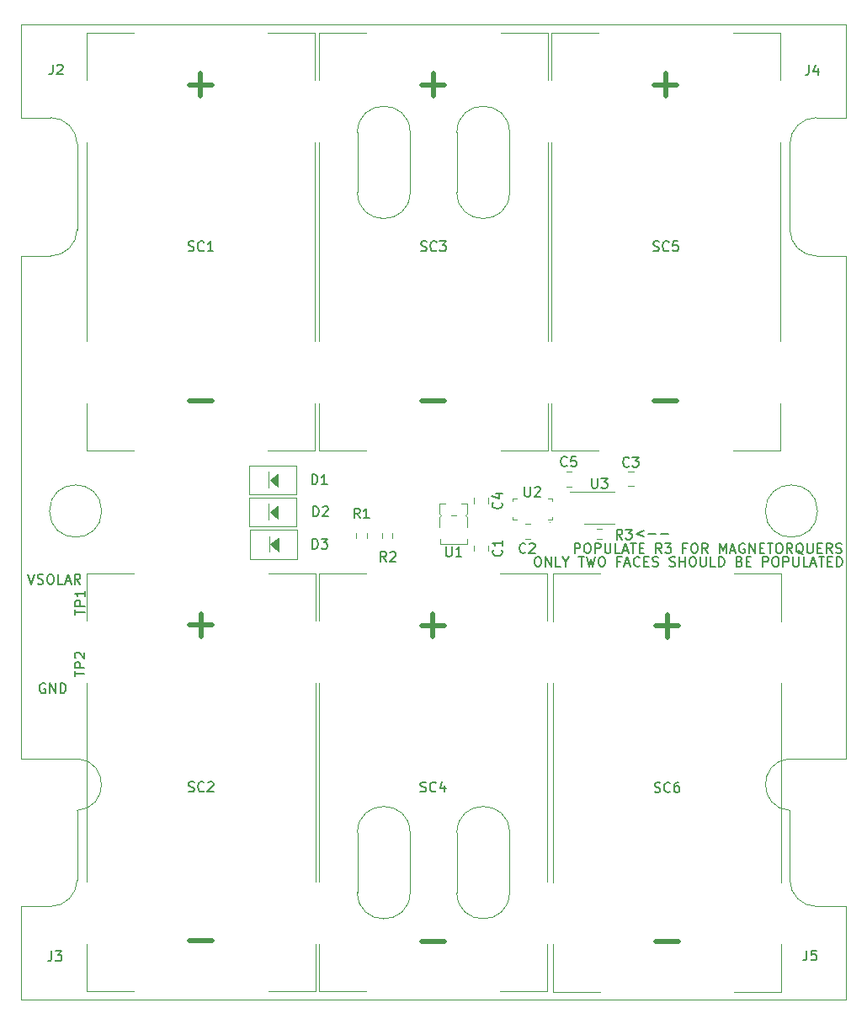
<source format=gbr>
%TF.GenerationSoftware,KiCad,Pcbnew,(6.0.9)*%
%TF.CreationDate,2023-01-30T20:43:42-08:00*%
%TF.ProjectId,solar-panel-NoCutout,736f6c61-722d-4706-916e-656c2d4e6f43,2.0*%
%TF.SameCoordinates,Original*%
%TF.FileFunction,Legend,Top*%
%TF.FilePolarity,Positive*%
%FSLAX46Y46*%
G04 Gerber Fmt 4.6, Leading zero omitted, Abs format (unit mm)*
G04 Created by KiCad (PCBNEW (6.0.9)) date 2023-01-30 20:43:42*
%MOMM*%
%LPD*%
G01*
G04 APERTURE LIST*
%TA.AperFunction,Profile*%
%ADD10C,0.050000*%
%TD*%
%ADD11C,0.150000*%
%ADD12C,0.500000*%
%ADD13C,0.120000*%
%ADD14C,0.100000*%
G04 APERTURE END LIST*
D10*
X136850000Y-153000000D02*
X136850000Y-147000000D01*
X142150000Y-153000000D02*
X142150000Y-147000000D01*
X146850000Y-147000000D02*
X146850000Y-153000000D01*
X152150000Y-153000000D02*
X152150000Y-147000000D01*
X142150000Y-76600000D02*
X142150000Y-82600000D01*
X136850000Y-76600000D02*
X136850000Y-82600000D01*
X146850000Y-76600000D02*
X146850000Y-82600000D01*
X152150000Y-76600000D02*
X152150000Y-82600000D01*
X186000000Y-65750000D02*
X103000000Y-65750000D01*
X183125000Y-114650000D02*
G75*
G03*
X183125000Y-114650000I-2625000J0D01*
G01*
X108744606Y-139557190D02*
X103000000Y-139557190D01*
X180249992Y-139557104D02*
G75*
G03*
X180350001Y-144749999I250008J-2592596D01*
G01*
X186000000Y-163750000D02*
X186000000Y-156450000D01*
X186000000Y-73100000D02*
X186000000Y-65750000D01*
X106000000Y-75100000D02*
X103000000Y-75100000D01*
X108650000Y-77750000D02*
G75*
G03*
X106000000Y-75100000I-2650000J0D01*
G01*
X106000000Y-89000000D02*
G75*
G03*
X108650000Y-86350000I0J2650000D01*
G01*
X106000000Y-89000000D02*
X103000000Y-89000000D01*
X108650000Y-77750000D02*
X108650000Y-86350000D01*
X183000000Y-75100000D02*
G75*
G03*
X180350000Y-77750000I0J-2650000D01*
G01*
X180350000Y-86350000D02*
G75*
G03*
X183000000Y-89000000I2650000J0D01*
G01*
X183000000Y-75100000D02*
X186000000Y-75100000D01*
X180350000Y-77750000D02*
X180350000Y-86350000D01*
X183000000Y-89000000D02*
X186000000Y-89000000D01*
X103000000Y-65750000D02*
X103000000Y-75100000D01*
X103000000Y-89000000D02*
X103000000Y-139557190D01*
X103000000Y-154400000D02*
X103000000Y-163750000D01*
X186000000Y-156450000D02*
X186000000Y-154400000D01*
X186000000Y-75100000D02*
X186000000Y-73100000D01*
X185994606Y-139557190D02*
X180250000Y-139557190D01*
X136850000Y-82600000D02*
G75*
G03*
X142150000Y-82600000I2650000J0D01*
G01*
X108649999Y-144750000D02*
G75*
G03*
X108744606Y-139557190I-149999J2600000D01*
G01*
X108650000Y-151750000D02*
X108650000Y-144750000D01*
X152150000Y-76600000D02*
G75*
G03*
X146850000Y-76600000I-2650000J0D01*
G01*
X142150000Y-76600000D02*
G75*
G03*
X136850000Y-76600000I-2650000J0D01*
G01*
X103000000Y-163750000D02*
X186000000Y-163750000D01*
X142150000Y-147000000D02*
G75*
G03*
X136850000Y-147000000I-2650000J0D01*
G01*
X180350000Y-151750000D02*
X180350000Y-144750000D01*
X106000000Y-154400000D02*
X103000000Y-154400000D01*
X136850000Y-153000000D02*
G75*
G03*
X142150000Y-153000000I2650000J0D01*
G01*
X152150000Y-147000000D02*
G75*
G03*
X146850000Y-147000000I-2650000J0D01*
G01*
X106000000Y-154400000D02*
G75*
G03*
X108650000Y-151750000I0J2650000D01*
G01*
X180350000Y-151750000D02*
G75*
G03*
X183000000Y-154400000I2650000J0D01*
G01*
X146850000Y-153000000D02*
G75*
G03*
X152150000Y-153000000I2650000J0D01*
G01*
X183000000Y-154400000D02*
X186000000Y-154400000D01*
X186000000Y-89000000D02*
X185994606Y-139557190D01*
X146850000Y-82600000D02*
G75*
G03*
X152150000Y-82600000I2650000J0D01*
G01*
X111125000Y-114650000D02*
G75*
G03*
X111125000Y-114650000I-2625000J0D01*
G01*
D11*
X105428095Y-132010000D02*
X105332857Y-131962380D01*
X105190000Y-131962380D01*
X105047142Y-132010000D01*
X104951904Y-132105238D01*
X104904285Y-132200476D01*
X104856666Y-132390952D01*
X104856666Y-132533809D01*
X104904285Y-132724285D01*
X104951904Y-132819523D01*
X105047142Y-132914761D01*
X105190000Y-132962380D01*
X105285238Y-132962380D01*
X105428095Y-132914761D01*
X105475714Y-132867142D01*
X105475714Y-132533809D01*
X105285238Y-132533809D01*
X105904285Y-132962380D02*
X105904285Y-131962380D01*
X106475714Y-132962380D01*
X106475714Y-131962380D01*
X106951904Y-132962380D02*
X106951904Y-131962380D01*
X107190000Y-131962380D01*
X107332857Y-132010000D01*
X107428095Y-132105238D01*
X107475714Y-132200476D01*
X107523333Y-132390952D01*
X107523333Y-132533809D01*
X107475714Y-132724285D01*
X107428095Y-132819523D01*
X107332857Y-132914761D01*
X107190000Y-132962380D01*
X106951904Y-132962380D01*
X158695238Y-118902380D02*
X158695238Y-117902380D01*
X159076190Y-117902380D01*
X159171428Y-117950000D01*
X159219047Y-117997619D01*
X159266666Y-118092857D01*
X159266666Y-118235714D01*
X159219047Y-118330952D01*
X159171428Y-118378571D01*
X159076190Y-118426190D01*
X158695238Y-118426190D01*
X159885714Y-117902380D02*
X160076190Y-117902380D01*
X160171428Y-117950000D01*
X160266666Y-118045238D01*
X160314285Y-118235714D01*
X160314285Y-118569047D01*
X160266666Y-118759523D01*
X160171428Y-118854761D01*
X160076190Y-118902380D01*
X159885714Y-118902380D01*
X159790476Y-118854761D01*
X159695238Y-118759523D01*
X159647619Y-118569047D01*
X159647619Y-118235714D01*
X159695238Y-118045238D01*
X159790476Y-117950000D01*
X159885714Y-117902380D01*
X160742857Y-118902380D02*
X160742857Y-117902380D01*
X161123809Y-117902380D01*
X161219047Y-117950000D01*
X161266666Y-117997619D01*
X161314285Y-118092857D01*
X161314285Y-118235714D01*
X161266666Y-118330952D01*
X161219047Y-118378571D01*
X161123809Y-118426190D01*
X160742857Y-118426190D01*
X161742857Y-117902380D02*
X161742857Y-118711904D01*
X161790476Y-118807142D01*
X161838095Y-118854761D01*
X161933333Y-118902380D01*
X162123809Y-118902380D01*
X162219047Y-118854761D01*
X162266666Y-118807142D01*
X162314285Y-118711904D01*
X162314285Y-117902380D01*
X163266666Y-118902380D02*
X162790476Y-118902380D01*
X162790476Y-117902380D01*
X163552380Y-118616666D02*
X164028571Y-118616666D01*
X163457142Y-118902380D02*
X163790476Y-117902380D01*
X164123809Y-118902380D01*
X164314285Y-117902380D02*
X164885714Y-117902380D01*
X164600000Y-118902380D02*
X164600000Y-117902380D01*
X165219047Y-118378571D02*
X165552380Y-118378571D01*
X165695238Y-118902380D02*
X165219047Y-118902380D01*
X165219047Y-117902380D01*
X165695238Y-117902380D01*
X167457142Y-118902380D02*
X167123809Y-118426190D01*
X166885714Y-118902380D02*
X166885714Y-117902380D01*
X167266666Y-117902380D01*
X167361904Y-117950000D01*
X167409523Y-117997619D01*
X167457142Y-118092857D01*
X167457142Y-118235714D01*
X167409523Y-118330952D01*
X167361904Y-118378571D01*
X167266666Y-118426190D01*
X166885714Y-118426190D01*
X167790476Y-117902380D02*
X168409523Y-117902380D01*
X168076190Y-118283333D01*
X168219047Y-118283333D01*
X168314285Y-118330952D01*
X168361904Y-118378571D01*
X168409523Y-118473809D01*
X168409523Y-118711904D01*
X168361904Y-118807142D01*
X168314285Y-118854761D01*
X168219047Y-118902380D01*
X167933333Y-118902380D01*
X167838095Y-118854761D01*
X167790476Y-118807142D01*
X169933333Y-118378571D02*
X169600000Y-118378571D01*
X169600000Y-118902380D02*
X169600000Y-117902380D01*
X170076190Y-117902380D01*
X170647619Y-117902380D02*
X170838095Y-117902380D01*
X170933333Y-117950000D01*
X171028571Y-118045238D01*
X171076190Y-118235714D01*
X171076190Y-118569047D01*
X171028571Y-118759523D01*
X170933333Y-118854761D01*
X170838095Y-118902380D01*
X170647619Y-118902380D01*
X170552380Y-118854761D01*
X170457142Y-118759523D01*
X170409523Y-118569047D01*
X170409523Y-118235714D01*
X170457142Y-118045238D01*
X170552380Y-117950000D01*
X170647619Y-117902380D01*
X172076190Y-118902380D02*
X171742857Y-118426190D01*
X171504761Y-118902380D02*
X171504761Y-117902380D01*
X171885714Y-117902380D01*
X171980952Y-117950000D01*
X172028571Y-117997619D01*
X172076190Y-118092857D01*
X172076190Y-118235714D01*
X172028571Y-118330952D01*
X171980952Y-118378571D01*
X171885714Y-118426190D01*
X171504761Y-118426190D01*
X173266666Y-118902380D02*
X173266666Y-117902380D01*
X173600000Y-118616666D01*
X173933333Y-117902380D01*
X173933333Y-118902380D01*
X174361904Y-118616666D02*
X174838095Y-118616666D01*
X174266666Y-118902380D02*
X174600000Y-117902380D01*
X174933333Y-118902380D01*
X175790476Y-117950000D02*
X175695238Y-117902380D01*
X175552380Y-117902380D01*
X175409523Y-117950000D01*
X175314285Y-118045238D01*
X175266666Y-118140476D01*
X175219047Y-118330952D01*
X175219047Y-118473809D01*
X175266666Y-118664285D01*
X175314285Y-118759523D01*
X175409523Y-118854761D01*
X175552380Y-118902380D01*
X175647619Y-118902380D01*
X175790476Y-118854761D01*
X175838095Y-118807142D01*
X175838095Y-118473809D01*
X175647619Y-118473809D01*
X176266666Y-118902380D02*
X176266666Y-117902380D01*
X176838095Y-118902380D01*
X176838095Y-117902380D01*
X177314285Y-118378571D02*
X177647619Y-118378571D01*
X177790476Y-118902380D02*
X177314285Y-118902380D01*
X177314285Y-117902380D01*
X177790476Y-117902380D01*
X178076190Y-117902380D02*
X178647619Y-117902380D01*
X178361904Y-118902380D02*
X178361904Y-117902380D01*
X179171428Y-117902380D02*
X179361904Y-117902380D01*
X179457142Y-117950000D01*
X179552380Y-118045238D01*
X179600000Y-118235714D01*
X179600000Y-118569047D01*
X179552380Y-118759523D01*
X179457142Y-118854761D01*
X179361904Y-118902380D01*
X179171428Y-118902380D01*
X179076190Y-118854761D01*
X178980952Y-118759523D01*
X178933333Y-118569047D01*
X178933333Y-118235714D01*
X178980952Y-118045238D01*
X179076190Y-117950000D01*
X179171428Y-117902380D01*
X180600000Y-118902380D02*
X180266666Y-118426190D01*
X180028571Y-118902380D02*
X180028571Y-117902380D01*
X180409523Y-117902380D01*
X180504761Y-117950000D01*
X180552380Y-117997619D01*
X180600000Y-118092857D01*
X180600000Y-118235714D01*
X180552380Y-118330952D01*
X180504761Y-118378571D01*
X180409523Y-118426190D01*
X180028571Y-118426190D01*
X181695238Y-118997619D02*
X181600000Y-118950000D01*
X181504761Y-118854761D01*
X181361904Y-118711904D01*
X181266666Y-118664285D01*
X181171428Y-118664285D01*
X181219047Y-118902380D02*
X181123809Y-118854761D01*
X181028571Y-118759523D01*
X180980952Y-118569047D01*
X180980952Y-118235714D01*
X181028571Y-118045238D01*
X181123809Y-117950000D01*
X181219047Y-117902380D01*
X181409523Y-117902380D01*
X181504761Y-117950000D01*
X181600000Y-118045238D01*
X181647619Y-118235714D01*
X181647619Y-118569047D01*
X181600000Y-118759523D01*
X181504761Y-118854761D01*
X181409523Y-118902380D01*
X181219047Y-118902380D01*
X182076190Y-117902380D02*
X182076190Y-118711904D01*
X182123809Y-118807142D01*
X182171428Y-118854761D01*
X182266666Y-118902380D01*
X182457142Y-118902380D01*
X182552380Y-118854761D01*
X182600000Y-118807142D01*
X182647619Y-118711904D01*
X182647619Y-117902380D01*
X183123809Y-118378571D02*
X183457142Y-118378571D01*
X183600000Y-118902380D02*
X183123809Y-118902380D01*
X183123809Y-117902380D01*
X183600000Y-117902380D01*
X184600000Y-118902380D02*
X184266666Y-118426190D01*
X184028571Y-118902380D02*
X184028571Y-117902380D01*
X184409523Y-117902380D01*
X184504761Y-117950000D01*
X184552380Y-117997619D01*
X184600000Y-118092857D01*
X184600000Y-118235714D01*
X184552380Y-118330952D01*
X184504761Y-118378571D01*
X184409523Y-118426190D01*
X184028571Y-118426190D01*
X184980952Y-118854761D02*
X185123809Y-118902380D01*
X185361904Y-118902380D01*
X185457142Y-118854761D01*
X185504761Y-118807142D01*
X185552380Y-118711904D01*
X185552380Y-118616666D01*
X185504761Y-118521428D01*
X185457142Y-118473809D01*
X185361904Y-118426190D01*
X185171428Y-118378571D01*
X185076190Y-118330952D01*
X185028571Y-118283333D01*
X184980952Y-118188095D01*
X184980952Y-118092857D01*
X185028571Y-117997619D01*
X185076190Y-117950000D01*
X185171428Y-117902380D01*
X185409523Y-117902380D01*
X185552380Y-117950000D01*
X165652857Y-116635714D02*
X164890952Y-116921428D01*
X165652857Y-117207142D01*
X166129047Y-116921428D02*
X166890952Y-116921428D01*
X167367142Y-116921428D02*
X168129047Y-116921428D01*
X154911904Y-119232380D02*
X155102380Y-119232380D01*
X155197619Y-119280000D01*
X155292857Y-119375238D01*
X155340476Y-119565714D01*
X155340476Y-119899047D01*
X155292857Y-120089523D01*
X155197619Y-120184761D01*
X155102380Y-120232380D01*
X154911904Y-120232380D01*
X154816666Y-120184761D01*
X154721428Y-120089523D01*
X154673809Y-119899047D01*
X154673809Y-119565714D01*
X154721428Y-119375238D01*
X154816666Y-119280000D01*
X154911904Y-119232380D01*
X155769047Y-120232380D02*
X155769047Y-119232380D01*
X156340476Y-120232380D01*
X156340476Y-119232380D01*
X157292857Y-120232380D02*
X156816666Y-120232380D01*
X156816666Y-119232380D01*
X157816666Y-119756190D02*
X157816666Y-120232380D01*
X157483333Y-119232380D02*
X157816666Y-119756190D01*
X158150000Y-119232380D01*
X159102380Y-119232380D02*
X159673809Y-119232380D01*
X159388095Y-120232380D02*
X159388095Y-119232380D01*
X159911904Y-119232380D02*
X160150000Y-120232380D01*
X160340476Y-119518095D01*
X160530952Y-120232380D01*
X160769047Y-119232380D01*
X161340476Y-119232380D02*
X161530952Y-119232380D01*
X161626190Y-119280000D01*
X161721428Y-119375238D01*
X161769047Y-119565714D01*
X161769047Y-119899047D01*
X161721428Y-120089523D01*
X161626190Y-120184761D01*
X161530952Y-120232380D01*
X161340476Y-120232380D01*
X161245238Y-120184761D01*
X161150000Y-120089523D01*
X161102380Y-119899047D01*
X161102380Y-119565714D01*
X161150000Y-119375238D01*
X161245238Y-119280000D01*
X161340476Y-119232380D01*
X163292857Y-119708571D02*
X162959523Y-119708571D01*
X162959523Y-120232380D02*
X162959523Y-119232380D01*
X163435714Y-119232380D01*
X163769047Y-119946666D02*
X164245238Y-119946666D01*
X163673809Y-120232380D02*
X164007142Y-119232380D01*
X164340476Y-120232380D01*
X165245238Y-120137142D02*
X165197619Y-120184761D01*
X165054761Y-120232380D01*
X164959523Y-120232380D01*
X164816666Y-120184761D01*
X164721428Y-120089523D01*
X164673809Y-119994285D01*
X164626190Y-119803809D01*
X164626190Y-119660952D01*
X164673809Y-119470476D01*
X164721428Y-119375238D01*
X164816666Y-119280000D01*
X164959523Y-119232380D01*
X165054761Y-119232380D01*
X165197619Y-119280000D01*
X165245238Y-119327619D01*
X165673809Y-119708571D02*
X166007142Y-119708571D01*
X166150000Y-120232380D02*
X165673809Y-120232380D01*
X165673809Y-119232380D01*
X166150000Y-119232380D01*
X166530952Y-120184761D02*
X166673809Y-120232380D01*
X166911904Y-120232380D01*
X167007142Y-120184761D01*
X167054761Y-120137142D01*
X167102380Y-120041904D01*
X167102380Y-119946666D01*
X167054761Y-119851428D01*
X167007142Y-119803809D01*
X166911904Y-119756190D01*
X166721428Y-119708571D01*
X166626190Y-119660952D01*
X166578571Y-119613333D01*
X166530952Y-119518095D01*
X166530952Y-119422857D01*
X166578571Y-119327619D01*
X166626190Y-119280000D01*
X166721428Y-119232380D01*
X166959523Y-119232380D01*
X167102380Y-119280000D01*
X168245238Y-120184761D02*
X168388095Y-120232380D01*
X168626190Y-120232380D01*
X168721428Y-120184761D01*
X168769047Y-120137142D01*
X168816666Y-120041904D01*
X168816666Y-119946666D01*
X168769047Y-119851428D01*
X168721428Y-119803809D01*
X168626190Y-119756190D01*
X168435714Y-119708571D01*
X168340476Y-119660952D01*
X168292857Y-119613333D01*
X168245238Y-119518095D01*
X168245238Y-119422857D01*
X168292857Y-119327619D01*
X168340476Y-119280000D01*
X168435714Y-119232380D01*
X168673809Y-119232380D01*
X168816666Y-119280000D01*
X169245238Y-120232380D02*
X169245238Y-119232380D01*
X169245238Y-119708571D02*
X169816666Y-119708571D01*
X169816666Y-120232380D02*
X169816666Y-119232380D01*
X170483333Y-119232380D02*
X170673809Y-119232380D01*
X170769047Y-119280000D01*
X170864285Y-119375238D01*
X170911904Y-119565714D01*
X170911904Y-119899047D01*
X170864285Y-120089523D01*
X170769047Y-120184761D01*
X170673809Y-120232380D01*
X170483333Y-120232380D01*
X170388095Y-120184761D01*
X170292857Y-120089523D01*
X170245238Y-119899047D01*
X170245238Y-119565714D01*
X170292857Y-119375238D01*
X170388095Y-119280000D01*
X170483333Y-119232380D01*
X171340476Y-119232380D02*
X171340476Y-120041904D01*
X171388095Y-120137142D01*
X171435714Y-120184761D01*
X171530952Y-120232380D01*
X171721428Y-120232380D01*
X171816666Y-120184761D01*
X171864285Y-120137142D01*
X171911904Y-120041904D01*
X171911904Y-119232380D01*
X172864285Y-120232380D02*
X172388095Y-120232380D01*
X172388095Y-119232380D01*
X173197619Y-120232380D02*
X173197619Y-119232380D01*
X173435714Y-119232380D01*
X173578571Y-119280000D01*
X173673809Y-119375238D01*
X173721428Y-119470476D01*
X173769047Y-119660952D01*
X173769047Y-119803809D01*
X173721428Y-119994285D01*
X173673809Y-120089523D01*
X173578571Y-120184761D01*
X173435714Y-120232380D01*
X173197619Y-120232380D01*
X175292857Y-119708571D02*
X175435714Y-119756190D01*
X175483333Y-119803809D01*
X175530952Y-119899047D01*
X175530952Y-120041904D01*
X175483333Y-120137142D01*
X175435714Y-120184761D01*
X175340476Y-120232380D01*
X174959523Y-120232380D01*
X174959523Y-119232380D01*
X175292857Y-119232380D01*
X175388095Y-119280000D01*
X175435714Y-119327619D01*
X175483333Y-119422857D01*
X175483333Y-119518095D01*
X175435714Y-119613333D01*
X175388095Y-119660952D01*
X175292857Y-119708571D01*
X174959523Y-119708571D01*
X175959523Y-119708571D02*
X176292857Y-119708571D01*
X176435714Y-120232380D02*
X175959523Y-120232380D01*
X175959523Y-119232380D01*
X176435714Y-119232380D01*
X177626190Y-120232380D02*
X177626190Y-119232380D01*
X178007142Y-119232380D01*
X178102380Y-119280000D01*
X178150000Y-119327619D01*
X178197619Y-119422857D01*
X178197619Y-119565714D01*
X178150000Y-119660952D01*
X178102380Y-119708571D01*
X178007142Y-119756190D01*
X177626190Y-119756190D01*
X178816666Y-119232380D02*
X179007142Y-119232380D01*
X179102380Y-119280000D01*
X179197619Y-119375238D01*
X179245238Y-119565714D01*
X179245238Y-119899047D01*
X179197619Y-120089523D01*
X179102380Y-120184761D01*
X179007142Y-120232380D01*
X178816666Y-120232380D01*
X178721428Y-120184761D01*
X178626190Y-120089523D01*
X178578571Y-119899047D01*
X178578571Y-119565714D01*
X178626190Y-119375238D01*
X178721428Y-119280000D01*
X178816666Y-119232380D01*
X179673809Y-120232380D02*
X179673809Y-119232380D01*
X180054761Y-119232380D01*
X180150000Y-119280000D01*
X180197619Y-119327619D01*
X180245238Y-119422857D01*
X180245238Y-119565714D01*
X180197619Y-119660952D01*
X180150000Y-119708571D01*
X180054761Y-119756190D01*
X179673809Y-119756190D01*
X180673809Y-119232380D02*
X180673809Y-120041904D01*
X180721428Y-120137142D01*
X180769047Y-120184761D01*
X180864285Y-120232380D01*
X181054761Y-120232380D01*
X181150000Y-120184761D01*
X181197619Y-120137142D01*
X181245238Y-120041904D01*
X181245238Y-119232380D01*
X182197619Y-120232380D02*
X181721428Y-120232380D01*
X181721428Y-119232380D01*
X182483333Y-119946666D02*
X182959523Y-119946666D01*
X182388095Y-120232380D02*
X182721428Y-119232380D01*
X183054761Y-120232380D01*
X183245238Y-119232380D02*
X183816666Y-119232380D01*
X183530952Y-120232380D02*
X183530952Y-119232380D01*
X184150000Y-119708571D02*
X184483333Y-119708571D01*
X184626190Y-120232380D02*
X184150000Y-120232380D01*
X184150000Y-119232380D01*
X184626190Y-119232380D01*
X185054761Y-120232380D02*
X185054761Y-119232380D01*
X185292857Y-119232380D01*
X185435714Y-119280000D01*
X185530952Y-119375238D01*
X185578571Y-119470476D01*
X185626190Y-119660952D01*
X185626190Y-119803809D01*
X185578571Y-119994285D01*
X185530952Y-120089523D01*
X185435714Y-120184761D01*
X185292857Y-120232380D01*
X185054761Y-120232380D01*
X103733333Y-121002380D02*
X104066666Y-122002380D01*
X104400000Y-121002380D01*
X104685714Y-121954761D02*
X104828571Y-122002380D01*
X105066666Y-122002380D01*
X105161904Y-121954761D01*
X105209523Y-121907142D01*
X105257142Y-121811904D01*
X105257142Y-121716666D01*
X105209523Y-121621428D01*
X105161904Y-121573809D01*
X105066666Y-121526190D01*
X104876190Y-121478571D01*
X104780952Y-121430952D01*
X104733333Y-121383333D01*
X104685714Y-121288095D01*
X104685714Y-121192857D01*
X104733333Y-121097619D01*
X104780952Y-121050000D01*
X104876190Y-121002380D01*
X105114285Y-121002380D01*
X105257142Y-121050000D01*
X105876190Y-121002380D02*
X106066666Y-121002380D01*
X106161904Y-121050000D01*
X106257142Y-121145238D01*
X106304761Y-121335714D01*
X106304761Y-121669047D01*
X106257142Y-121859523D01*
X106161904Y-121954761D01*
X106066666Y-122002380D01*
X105876190Y-122002380D01*
X105780952Y-121954761D01*
X105685714Y-121859523D01*
X105638095Y-121669047D01*
X105638095Y-121335714D01*
X105685714Y-121145238D01*
X105780952Y-121050000D01*
X105876190Y-121002380D01*
X107209523Y-122002380D02*
X106733333Y-122002380D01*
X106733333Y-121002380D01*
X107495238Y-121716666D02*
X107971428Y-121716666D01*
X107400000Y-122002380D02*
X107733333Y-121002380D01*
X108066666Y-122002380D01*
X108971428Y-122002380D02*
X108638095Y-121526190D01*
X108400000Y-122002380D02*
X108400000Y-121002380D01*
X108780952Y-121002380D01*
X108876190Y-121050000D01*
X108923809Y-121097619D01*
X108971428Y-121192857D01*
X108971428Y-121335714D01*
X108923809Y-121430952D01*
X108876190Y-121478571D01*
X108780952Y-121526190D01*
X108400000Y-121526190D01*
%TO.C,J2*%
X106206666Y-69762380D02*
X106206666Y-70476666D01*
X106159047Y-70619523D01*
X106063809Y-70714761D01*
X105920952Y-70762380D01*
X105825714Y-70762380D01*
X106635238Y-69857619D02*
X106682857Y-69810000D01*
X106778095Y-69762380D01*
X107016190Y-69762380D01*
X107111428Y-69810000D01*
X107159047Y-69857619D01*
X107206666Y-69952857D01*
X107206666Y-70048095D01*
X107159047Y-70190952D01*
X106587619Y-70762380D01*
X107206666Y-70762380D01*
%TO.C,J3*%
X106086666Y-158882380D02*
X106086666Y-159596666D01*
X106039047Y-159739523D01*
X105943809Y-159834761D01*
X105800952Y-159882380D01*
X105705714Y-159882380D01*
X106467619Y-158882380D02*
X107086666Y-158882380D01*
X106753333Y-159263333D01*
X106896190Y-159263333D01*
X106991428Y-159310952D01*
X107039047Y-159358571D01*
X107086666Y-159453809D01*
X107086666Y-159691904D01*
X107039047Y-159787142D01*
X106991428Y-159834761D01*
X106896190Y-159882380D01*
X106610476Y-159882380D01*
X106515238Y-159834761D01*
X106467619Y-159787142D01*
%TO.C,J4*%
X182266666Y-69832380D02*
X182266666Y-70546666D01*
X182219047Y-70689523D01*
X182123809Y-70784761D01*
X181980952Y-70832380D01*
X181885714Y-70832380D01*
X183171428Y-70165714D02*
X183171428Y-70832380D01*
X182933333Y-69784761D02*
X182695238Y-70499047D01*
X183314285Y-70499047D01*
%TO.C,J5*%
X182046666Y-158822380D02*
X182046666Y-159536666D01*
X181999047Y-159679523D01*
X181903809Y-159774761D01*
X181760952Y-159822380D01*
X181665714Y-159822380D01*
X182999047Y-158822380D02*
X182522857Y-158822380D01*
X182475238Y-159298571D01*
X182522857Y-159250952D01*
X182618095Y-159203333D01*
X182856190Y-159203333D01*
X182951428Y-159250952D01*
X182999047Y-159298571D01*
X183046666Y-159393809D01*
X183046666Y-159631904D01*
X182999047Y-159727142D01*
X182951428Y-159774761D01*
X182856190Y-159822380D01*
X182618095Y-159822380D01*
X182522857Y-159774761D01*
X182475238Y-159727142D01*
%TO.C,U2*%
X153668095Y-112212380D02*
X153668095Y-113021904D01*
X153715714Y-113117142D01*
X153763333Y-113164761D01*
X153858571Y-113212380D01*
X154049047Y-113212380D01*
X154144285Y-113164761D01*
X154191904Y-113117142D01*
X154239523Y-113021904D01*
X154239523Y-112212380D01*
X154668095Y-112307619D02*
X154715714Y-112260000D01*
X154810952Y-112212380D01*
X155049047Y-112212380D01*
X155144285Y-112260000D01*
X155191904Y-112307619D01*
X155239523Y-112402857D01*
X155239523Y-112498095D01*
X155191904Y-112640952D01*
X154620476Y-113212380D01*
X155239523Y-113212380D01*
%TO.C,SC5*%
X166598095Y-88474761D02*
X166740952Y-88522380D01*
X166979047Y-88522380D01*
X167074285Y-88474761D01*
X167121904Y-88427142D01*
X167169523Y-88331904D01*
X167169523Y-88236666D01*
X167121904Y-88141428D01*
X167074285Y-88093809D01*
X166979047Y-88046190D01*
X166788571Y-87998571D01*
X166693333Y-87950952D01*
X166645714Y-87903333D01*
X166598095Y-87808095D01*
X166598095Y-87712857D01*
X166645714Y-87617619D01*
X166693333Y-87570000D01*
X166788571Y-87522380D01*
X167026666Y-87522380D01*
X167169523Y-87570000D01*
X168169523Y-88427142D02*
X168121904Y-88474761D01*
X167979047Y-88522380D01*
X167883809Y-88522380D01*
X167740952Y-88474761D01*
X167645714Y-88379523D01*
X167598095Y-88284285D01*
X167550476Y-88093809D01*
X167550476Y-87950952D01*
X167598095Y-87760476D01*
X167645714Y-87665238D01*
X167740952Y-87570000D01*
X167883809Y-87522380D01*
X167979047Y-87522380D01*
X168121904Y-87570000D01*
X168169523Y-87617619D01*
X169074285Y-87522380D02*
X168598095Y-87522380D01*
X168550476Y-87998571D01*
X168598095Y-87950952D01*
X168693333Y-87903333D01*
X168931428Y-87903333D01*
X169026666Y-87950952D01*
X169074285Y-87998571D01*
X169121904Y-88093809D01*
X169121904Y-88331904D01*
X169074285Y-88427142D01*
X169026666Y-88474761D01*
X168931428Y-88522380D01*
X168693333Y-88522380D01*
X168598095Y-88474761D01*
X168550476Y-88427142D01*
D12*
X166717142Y-71784285D02*
X169002857Y-71784285D01*
X167860000Y-72927142D02*
X167860000Y-70641428D01*
X166717142Y-103534285D02*
X169002857Y-103534285D01*
D11*
%TO.C,TP1*%
X108432380Y-125101904D02*
X108432380Y-124530476D01*
X109432380Y-124816190D02*
X108432380Y-124816190D01*
X109432380Y-124197142D02*
X108432380Y-124197142D01*
X108432380Y-123816190D01*
X108480000Y-123720952D01*
X108527619Y-123673333D01*
X108622857Y-123625714D01*
X108765714Y-123625714D01*
X108860952Y-123673333D01*
X108908571Y-123720952D01*
X108956190Y-123816190D01*
X108956190Y-124197142D01*
X109432380Y-122673333D02*
X109432380Y-123244761D01*
X109432380Y-122959047D02*
X108432380Y-122959047D01*
X108575238Y-123054285D01*
X108670476Y-123149523D01*
X108718095Y-123244761D01*
%TO.C,D3*%
X132311904Y-118452380D02*
X132311904Y-117452380D01*
X132550000Y-117452380D01*
X132692857Y-117500000D01*
X132788095Y-117595238D01*
X132835714Y-117690476D01*
X132883333Y-117880952D01*
X132883333Y-118023809D01*
X132835714Y-118214285D01*
X132788095Y-118309523D01*
X132692857Y-118404761D01*
X132550000Y-118452380D01*
X132311904Y-118452380D01*
X133216666Y-117452380D02*
X133835714Y-117452380D01*
X133502380Y-117833333D01*
X133645238Y-117833333D01*
X133740476Y-117880952D01*
X133788095Y-117928571D01*
X133835714Y-118023809D01*
X133835714Y-118261904D01*
X133788095Y-118357142D01*
X133740476Y-118404761D01*
X133645238Y-118452380D01*
X133359523Y-118452380D01*
X133264285Y-118404761D01*
X133216666Y-118357142D01*
%TO.C,C4*%
X151317142Y-113776666D02*
X151364761Y-113824285D01*
X151412380Y-113967142D01*
X151412380Y-114062380D01*
X151364761Y-114205238D01*
X151269523Y-114300476D01*
X151174285Y-114348095D01*
X150983809Y-114395714D01*
X150840952Y-114395714D01*
X150650476Y-114348095D01*
X150555238Y-114300476D01*
X150460000Y-114205238D01*
X150412380Y-114062380D01*
X150412380Y-113967142D01*
X150460000Y-113824285D01*
X150507619Y-113776666D01*
X150745714Y-112919523D02*
X151412380Y-112919523D01*
X150364761Y-113157619D02*
X151079047Y-113395714D01*
X151079047Y-112776666D01*
%TO.C,TP2*%
X108402380Y-131291904D02*
X108402380Y-130720476D01*
X109402380Y-131006190D02*
X108402380Y-131006190D01*
X109402380Y-130387142D02*
X108402380Y-130387142D01*
X108402380Y-130006190D01*
X108450000Y-129910952D01*
X108497619Y-129863333D01*
X108592857Y-129815714D01*
X108735714Y-129815714D01*
X108830952Y-129863333D01*
X108878571Y-129910952D01*
X108926190Y-130006190D01*
X108926190Y-130387142D01*
X108497619Y-129434761D02*
X108450000Y-129387142D01*
X108402380Y-129291904D01*
X108402380Y-129053809D01*
X108450000Y-128958571D01*
X108497619Y-128910952D01*
X108592857Y-128863333D01*
X108688095Y-128863333D01*
X108830952Y-128910952D01*
X109402380Y-129482380D01*
X109402380Y-128863333D01*
%TO.C,D1*%
X132281904Y-111962380D02*
X132281904Y-110962380D01*
X132520000Y-110962380D01*
X132662857Y-111010000D01*
X132758095Y-111105238D01*
X132805714Y-111200476D01*
X132853333Y-111390952D01*
X132853333Y-111533809D01*
X132805714Y-111724285D01*
X132758095Y-111819523D01*
X132662857Y-111914761D01*
X132520000Y-111962380D01*
X132281904Y-111962380D01*
X133805714Y-111962380D02*
X133234285Y-111962380D01*
X133520000Y-111962380D02*
X133520000Y-110962380D01*
X133424761Y-111105238D01*
X133329523Y-111200476D01*
X133234285Y-111248095D01*
%TO.C,C1*%
X151337142Y-118556666D02*
X151384761Y-118604285D01*
X151432380Y-118747142D01*
X151432380Y-118842380D01*
X151384761Y-118985238D01*
X151289523Y-119080476D01*
X151194285Y-119128095D01*
X151003809Y-119175714D01*
X150860952Y-119175714D01*
X150670476Y-119128095D01*
X150575238Y-119080476D01*
X150480000Y-118985238D01*
X150432380Y-118842380D01*
X150432380Y-118747142D01*
X150480000Y-118604285D01*
X150527619Y-118556666D01*
X151432380Y-117604285D02*
X151432380Y-118175714D01*
X151432380Y-117890000D02*
X150432380Y-117890000D01*
X150575238Y-117985238D01*
X150670476Y-118080476D01*
X150718095Y-118175714D01*
%TO.C,SC3*%
X143228095Y-88474761D02*
X143370952Y-88522380D01*
X143609047Y-88522380D01*
X143704285Y-88474761D01*
X143751904Y-88427142D01*
X143799523Y-88331904D01*
X143799523Y-88236666D01*
X143751904Y-88141428D01*
X143704285Y-88093809D01*
X143609047Y-88046190D01*
X143418571Y-87998571D01*
X143323333Y-87950952D01*
X143275714Y-87903333D01*
X143228095Y-87808095D01*
X143228095Y-87712857D01*
X143275714Y-87617619D01*
X143323333Y-87570000D01*
X143418571Y-87522380D01*
X143656666Y-87522380D01*
X143799523Y-87570000D01*
X144799523Y-88427142D02*
X144751904Y-88474761D01*
X144609047Y-88522380D01*
X144513809Y-88522380D01*
X144370952Y-88474761D01*
X144275714Y-88379523D01*
X144228095Y-88284285D01*
X144180476Y-88093809D01*
X144180476Y-87950952D01*
X144228095Y-87760476D01*
X144275714Y-87665238D01*
X144370952Y-87570000D01*
X144513809Y-87522380D01*
X144609047Y-87522380D01*
X144751904Y-87570000D01*
X144799523Y-87617619D01*
X145132857Y-87522380D02*
X145751904Y-87522380D01*
X145418571Y-87903333D01*
X145561428Y-87903333D01*
X145656666Y-87950952D01*
X145704285Y-87998571D01*
X145751904Y-88093809D01*
X145751904Y-88331904D01*
X145704285Y-88427142D01*
X145656666Y-88474761D01*
X145561428Y-88522380D01*
X145275714Y-88522380D01*
X145180476Y-88474761D01*
X145132857Y-88427142D01*
D12*
X143347142Y-103534285D02*
X145632857Y-103534285D01*
X143347142Y-71784285D02*
X145632857Y-71784285D01*
X144490000Y-72927142D02*
X144490000Y-70641428D01*
D11*
%TO.C,SC4*%
X143188095Y-142844761D02*
X143330952Y-142892380D01*
X143569047Y-142892380D01*
X143664285Y-142844761D01*
X143711904Y-142797142D01*
X143759523Y-142701904D01*
X143759523Y-142606666D01*
X143711904Y-142511428D01*
X143664285Y-142463809D01*
X143569047Y-142416190D01*
X143378571Y-142368571D01*
X143283333Y-142320952D01*
X143235714Y-142273333D01*
X143188095Y-142178095D01*
X143188095Y-142082857D01*
X143235714Y-141987619D01*
X143283333Y-141940000D01*
X143378571Y-141892380D01*
X143616666Y-141892380D01*
X143759523Y-141940000D01*
X144759523Y-142797142D02*
X144711904Y-142844761D01*
X144569047Y-142892380D01*
X144473809Y-142892380D01*
X144330952Y-142844761D01*
X144235714Y-142749523D01*
X144188095Y-142654285D01*
X144140476Y-142463809D01*
X144140476Y-142320952D01*
X144188095Y-142130476D01*
X144235714Y-142035238D01*
X144330952Y-141940000D01*
X144473809Y-141892380D01*
X144569047Y-141892380D01*
X144711904Y-141940000D01*
X144759523Y-141987619D01*
X145616666Y-142225714D02*
X145616666Y-142892380D01*
X145378571Y-141844761D02*
X145140476Y-142559047D01*
X145759523Y-142559047D01*
D12*
X143307142Y-157904285D02*
X145592857Y-157904285D01*
X143307142Y-126154285D02*
X145592857Y-126154285D01*
X144450000Y-127297142D02*
X144450000Y-125011428D01*
D11*
%TO.C,SC2*%
X119858095Y-142824761D02*
X120000952Y-142872380D01*
X120239047Y-142872380D01*
X120334285Y-142824761D01*
X120381904Y-142777142D01*
X120429523Y-142681904D01*
X120429523Y-142586666D01*
X120381904Y-142491428D01*
X120334285Y-142443809D01*
X120239047Y-142396190D01*
X120048571Y-142348571D01*
X119953333Y-142300952D01*
X119905714Y-142253333D01*
X119858095Y-142158095D01*
X119858095Y-142062857D01*
X119905714Y-141967619D01*
X119953333Y-141920000D01*
X120048571Y-141872380D01*
X120286666Y-141872380D01*
X120429523Y-141920000D01*
X121429523Y-142777142D02*
X121381904Y-142824761D01*
X121239047Y-142872380D01*
X121143809Y-142872380D01*
X121000952Y-142824761D01*
X120905714Y-142729523D01*
X120858095Y-142634285D01*
X120810476Y-142443809D01*
X120810476Y-142300952D01*
X120858095Y-142110476D01*
X120905714Y-142015238D01*
X121000952Y-141920000D01*
X121143809Y-141872380D01*
X121239047Y-141872380D01*
X121381904Y-141920000D01*
X121429523Y-141967619D01*
X121810476Y-141967619D02*
X121858095Y-141920000D01*
X121953333Y-141872380D01*
X122191428Y-141872380D01*
X122286666Y-141920000D01*
X122334285Y-141967619D01*
X122381904Y-142062857D01*
X122381904Y-142158095D01*
X122334285Y-142300952D01*
X121762857Y-142872380D01*
X122381904Y-142872380D01*
D12*
X119977142Y-126134285D02*
X122262857Y-126134285D01*
X121120000Y-127277142D02*
X121120000Y-124991428D01*
X119977142Y-157884285D02*
X122262857Y-157884285D01*
D11*
%TO.C,D2*%
X132391904Y-115182380D02*
X132391904Y-114182380D01*
X132630000Y-114182380D01*
X132772857Y-114230000D01*
X132868095Y-114325238D01*
X132915714Y-114420476D01*
X132963333Y-114610952D01*
X132963333Y-114753809D01*
X132915714Y-114944285D01*
X132868095Y-115039523D01*
X132772857Y-115134761D01*
X132630000Y-115182380D01*
X132391904Y-115182380D01*
X133344285Y-114277619D02*
X133391904Y-114230000D01*
X133487142Y-114182380D01*
X133725238Y-114182380D01*
X133820476Y-114230000D01*
X133868095Y-114277619D01*
X133915714Y-114372857D01*
X133915714Y-114468095D01*
X133868095Y-114610952D01*
X133296666Y-115182380D01*
X133915714Y-115182380D01*
%TO.C,SC6*%
X166738095Y-142874761D02*
X166880952Y-142922380D01*
X167119047Y-142922380D01*
X167214285Y-142874761D01*
X167261904Y-142827142D01*
X167309523Y-142731904D01*
X167309523Y-142636666D01*
X167261904Y-142541428D01*
X167214285Y-142493809D01*
X167119047Y-142446190D01*
X166928571Y-142398571D01*
X166833333Y-142350952D01*
X166785714Y-142303333D01*
X166738095Y-142208095D01*
X166738095Y-142112857D01*
X166785714Y-142017619D01*
X166833333Y-141970000D01*
X166928571Y-141922380D01*
X167166666Y-141922380D01*
X167309523Y-141970000D01*
X168309523Y-142827142D02*
X168261904Y-142874761D01*
X168119047Y-142922380D01*
X168023809Y-142922380D01*
X167880952Y-142874761D01*
X167785714Y-142779523D01*
X167738095Y-142684285D01*
X167690476Y-142493809D01*
X167690476Y-142350952D01*
X167738095Y-142160476D01*
X167785714Y-142065238D01*
X167880952Y-141970000D01*
X168023809Y-141922380D01*
X168119047Y-141922380D01*
X168261904Y-141970000D01*
X168309523Y-142017619D01*
X169166666Y-141922380D02*
X168976190Y-141922380D01*
X168880952Y-141970000D01*
X168833333Y-142017619D01*
X168738095Y-142160476D01*
X168690476Y-142350952D01*
X168690476Y-142731904D01*
X168738095Y-142827142D01*
X168785714Y-142874761D01*
X168880952Y-142922380D01*
X169071428Y-142922380D01*
X169166666Y-142874761D01*
X169214285Y-142827142D01*
X169261904Y-142731904D01*
X169261904Y-142493809D01*
X169214285Y-142398571D01*
X169166666Y-142350952D01*
X169071428Y-142303333D01*
X168880952Y-142303333D01*
X168785714Y-142350952D01*
X168738095Y-142398571D01*
X168690476Y-142493809D01*
D12*
X166857142Y-157934285D02*
X169142857Y-157934285D01*
X166857142Y-126184285D02*
X169142857Y-126184285D01*
X168000000Y-127327142D02*
X168000000Y-125041428D01*
D11*
%TO.C,C2*%
X153753333Y-118807142D02*
X153705714Y-118854761D01*
X153562857Y-118902380D01*
X153467619Y-118902380D01*
X153324761Y-118854761D01*
X153229523Y-118759523D01*
X153181904Y-118664285D01*
X153134285Y-118473809D01*
X153134285Y-118330952D01*
X153181904Y-118140476D01*
X153229523Y-118045238D01*
X153324761Y-117950000D01*
X153467619Y-117902380D01*
X153562857Y-117902380D01*
X153705714Y-117950000D01*
X153753333Y-117997619D01*
X154134285Y-117997619D02*
X154181904Y-117950000D01*
X154277142Y-117902380D01*
X154515238Y-117902380D01*
X154610476Y-117950000D01*
X154658095Y-117997619D01*
X154705714Y-118092857D01*
X154705714Y-118188095D01*
X154658095Y-118330952D01*
X154086666Y-118902380D01*
X154705714Y-118902380D01*
%TO.C,C5*%
X157923333Y-110087142D02*
X157875714Y-110134761D01*
X157732857Y-110182380D01*
X157637619Y-110182380D01*
X157494761Y-110134761D01*
X157399523Y-110039523D01*
X157351904Y-109944285D01*
X157304285Y-109753809D01*
X157304285Y-109610952D01*
X157351904Y-109420476D01*
X157399523Y-109325238D01*
X157494761Y-109230000D01*
X157637619Y-109182380D01*
X157732857Y-109182380D01*
X157875714Y-109230000D01*
X157923333Y-109277619D01*
X158828095Y-109182380D02*
X158351904Y-109182380D01*
X158304285Y-109658571D01*
X158351904Y-109610952D01*
X158447142Y-109563333D01*
X158685238Y-109563333D01*
X158780476Y-109610952D01*
X158828095Y-109658571D01*
X158875714Y-109753809D01*
X158875714Y-109991904D01*
X158828095Y-110087142D01*
X158780476Y-110134761D01*
X158685238Y-110182380D01*
X158447142Y-110182380D01*
X158351904Y-110134761D01*
X158304285Y-110087142D01*
%TO.C,U1*%
X145758095Y-118222380D02*
X145758095Y-119031904D01*
X145805714Y-119127142D01*
X145853333Y-119174761D01*
X145948571Y-119222380D01*
X146139047Y-119222380D01*
X146234285Y-119174761D01*
X146281904Y-119127142D01*
X146329523Y-119031904D01*
X146329523Y-118222380D01*
X147329523Y-119222380D02*
X146758095Y-119222380D01*
X147043809Y-119222380D02*
X147043809Y-118222380D01*
X146948571Y-118365238D01*
X146853333Y-118460476D01*
X146758095Y-118508095D01*
%TO.C,R2*%
X139753333Y-119742380D02*
X139420000Y-119266190D01*
X139181904Y-119742380D02*
X139181904Y-118742380D01*
X139562857Y-118742380D01*
X139658095Y-118790000D01*
X139705714Y-118837619D01*
X139753333Y-118932857D01*
X139753333Y-119075714D01*
X139705714Y-119170952D01*
X139658095Y-119218571D01*
X139562857Y-119266190D01*
X139181904Y-119266190D01*
X140134285Y-118837619D02*
X140181904Y-118790000D01*
X140277142Y-118742380D01*
X140515238Y-118742380D01*
X140610476Y-118790000D01*
X140658095Y-118837619D01*
X140705714Y-118932857D01*
X140705714Y-119028095D01*
X140658095Y-119170952D01*
X140086666Y-119742380D01*
X140705714Y-119742380D01*
%TO.C,R3*%
X163493333Y-117502380D02*
X163160000Y-117026190D01*
X162921904Y-117502380D02*
X162921904Y-116502380D01*
X163302857Y-116502380D01*
X163398095Y-116550000D01*
X163445714Y-116597619D01*
X163493333Y-116692857D01*
X163493333Y-116835714D01*
X163445714Y-116930952D01*
X163398095Y-116978571D01*
X163302857Y-117026190D01*
X162921904Y-117026190D01*
X163826666Y-116502380D02*
X164445714Y-116502380D01*
X164112380Y-116883333D01*
X164255238Y-116883333D01*
X164350476Y-116930952D01*
X164398095Y-116978571D01*
X164445714Y-117073809D01*
X164445714Y-117311904D01*
X164398095Y-117407142D01*
X164350476Y-117454761D01*
X164255238Y-117502380D01*
X163969523Y-117502380D01*
X163874285Y-117454761D01*
X163826666Y-117407142D01*
%TO.C,R1*%
X137103333Y-115372380D02*
X136770000Y-114896190D01*
X136531904Y-115372380D02*
X136531904Y-114372380D01*
X136912857Y-114372380D01*
X137008095Y-114420000D01*
X137055714Y-114467619D01*
X137103333Y-114562857D01*
X137103333Y-114705714D01*
X137055714Y-114800952D01*
X137008095Y-114848571D01*
X136912857Y-114896190D01*
X136531904Y-114896190D01*
X138055714Y-115372380D02*
X137484285Y-115372380D01*
X137770000Y-115372380D02*
X137770000Y-114372380D01*
X137674761Y-114515238D01*
X137579523Y-114610476D01*
X137484285Y-114658095D01*
%TO.C,C3*%
X164173333Y-110127142D02*
X164125714Y-110174761D01*
X163982857Y-110222380D01*
X163887619Y-110222380D01*
X163744761Y-110174761D01*
X163649523Y-110079523D01*
X163601904Y-109984285D01*
X163554285Y-109793809D01*
X163554285Y-109650952D01*
X163601904Y-109460476D01*
X163649523Y-109365238D01*
X163744761Y-109270000D01*
X163887619Y-109222380D01*
X163982857Y-109222380D01*
X164125714Y-109270000D01*
X164173333Y-109317619D01*
X164506666Y-109222380D02*
X165125714Y-109222380D01*
X164792380Y-109603333D01*
X164935238Y-109603333D01*
X165030476Y-109650952D01*
X165078095Y-109698571D01*
X165125714Y-109793809D01*
X165125714Y-110031904D01*
X165078095Y-110127142D01*
X165030476Y-110174761D01*
X164935238Y-110222380D01*
X164649523Y-110222380D01*
X164554285Y-110174761D01*
X164506666Y-110127142D01*
%TO.C,SC1*%
X119828095Y-88474761D02*
X119970952Y-88522380D01*
X120209047Y-88522380D01*
X120304285Y-88474761D01*
X120351904Y-88427142D01*
X120399523Y-88331904D01*
X120399523Y-88236666D01*
X120351904Y-88141428D01*
X120304285Y-88093809D01*
X120209047Y-88046190D01*
X120018571Y-87998571D01*
X119923333Y-87950952D01*
X119875714Y-87903333D01*
X119828095Y-87808095D01*
X119828095Y-87712857D01*
X119875714Y-87617619D01*
X119923333Y-87570000D01*
X120018571Y-87522380D01*
X120256666Y-87522380D01*
X120399523Y-87570000D01*
X121399523Y-88427142D02*
X121351904Y-88474761D01*
X121209047Y-88522380D01*
X121113809Y-88522380D01*
X120970952Y-88474761D01*
X120875714Y-88379523D01*
X120828095Y-88284285D01*
X120780476Y-88093809D01*
X120780476Y-87950952D01*
X120828095Y-87760476D01*
X120875714Y-87665238D01*
X120970952Y-87570000D01*
X121113809Y-87522380D01*
X121209047Y-87522380D01*
X121351904Y-87570000D01*
X121399523Y-87617619D01*
X122351904Y-88522380D02*
X121780476Y-88522380D01*
X122066190Y-88522380D02*
X122066190Y-87522380D01*
X121970952Y-87665238D01*
X121875714Y-87760476D01*
X121780476Y-87808095D01*
D12*
X119947142Y-71784285D02*
X122232857Y-71784285D01*
X121090000Y-72927142D02*
X121090000Y-70641428D01*
X119947142Y-103534285D02*
X122232857Y-103534285D01*
D11*
%TO.C,U3*%
X160418095Y-111352380D02*
X160418095Y-112161904D01*
X160465714Y-112257142D01*
X160513333Y-112304761D01*
X160608571Y-112352380D01*
X160799047Y-112352380D01*
X160894285Y-112304761D01*
X160941904Y-112257142D01*
X160989523Y-112161904D01*
X160989523Y-111352380D01*
X161370476Y-111352380D02*
X161989523Y-111352380D01*
X161656190Y-111733333D01*
X161799047Y-111733333D01*
X161894285Y-111780952D01*
X161941904Y-111828571D01*
X161989523Y-111923809D01*
X161989523Y-112161904D01*
X161941904Y-112257142D01*
X161894285Y-112304761D01*
X161799047Y-112352380D01*
X161513333Y-112352380D01*
X161418095Y-112304761D01*
X161370476Y-112257142D01*
D13*
%TO.C,U2*%
X152500000Y-113370000D02*
X152500000Y-113620000D01*
X152450000Y-115470000D02*
X152450000Y-115220000D01*
X152800000Y-113370000D02*
X152900000Y-113370000D01*
X156450000Y-113370000D02*
X156150000Y-113370000D01*
X156400000Y-115470000D02*
X156400000Y-115220000D01*
X152450000Y-115470000D02*
X152750000Y-115470000D01*
X156100000Y-115470000D02*
X156400000Y-115470000D01*
X156150000Y-113370000D02*
X156050000Y-113370000D01*
X156100000Y-115470000D02*
X156000000Y-115470000D01*
X156150000Y-113370000D02*
X156450000Y-113370000D01*
X156450000Y-113370000D02*
X156450000Y-113620000D01*
X152800000Y-113370000D02*
X152500000Y-113370000D01*
X152500000Y-113370000D02*
X152800000Y-113370000D01*
X152750000Y-115470000D02*
X152850000Y-115470000D01*
X152750000Y-115470000D02*
X152450000Y-115470000D01*
X156400000Y-115470000D02*
X156100000Y-115470000D01*
X156300000Y-115770000D02*
G75*
G03*
X156300000Y-115770000I-50000J0D01*
G01*
%TO.C,SC5*%
X161110000Y-66570000D02*
X156360000Y-66570000D01*
X179360000Y-87570000D02*
X179360000Y-97570000D01*
X156360000Y-77570000D02*
X156360000Y-97570000D01*
X156360000Y-87570000D02*
X156360000Y-77570000D01*
X179360000Y-87570000D02*
X179360000Y-77570000D01*
X179360000Y-95820000D02*
X179360000Y-87570000D01*
X156360000Y-66570000D02*
X156360000Y-71320000D01*
X179360000Y-77570000D02*
X179360000Y-95820000D01*
X156360000Y-66570000D02*
X161110000Y-66570000D01*
X156360000Y-108570000D02*
X161110000Y-108570000D01*
X156360000Y-108570000D02*
X156360000Y-103820000D01*
X179360000Y-66570000D02*
X179360000Y-71320000D01*
X174610000Y-108570000D02*
X179360000Y-108570000D01*
X174610000Y-66570000D02*
X179360000Y-66570000D01*
X179360000Y-108570000D02*
X179360000Y-103820000D01*
%TO.C,D3*%
X126025000Y-119450000D02*
X130775000Y-119450000D01*
X126025000Y-119450000D02*
X126025000Y-116550000D01*
X130775000Y-119450000D02*
X130775000Y-116550000D01*
X127968200Y-117187200D02*
X127968200Y-118736600D01*
X126025000Y-116550000D02*
X130775000Y-116550000D01*
G36*
X128908000Y-118711200D02*
G01*
X128095200Y-117974600D01*
X128908000Y-117365000D01*
X128908000Y-118711200D01*
G37*
D14*
X128908000Y-118711200D02*
X128095200Y-117974600D01*
X128908000Y-117365000D01*
X128908000Y-118711200D01*
D13*
%TO.C,C4*%
X148545000Y-113348748D02*
X148545000Y-113871252D01*
X150015000Y-113348748D02*
X150015000Y-113871252D01*
%TO.C,D1*%
X125985000Y-112990000D02*
X125985000Y-110090000D01*
X130735000Y-112990000D02*
X130735000Y-110090000D01*
X125985000Y-112990000D02*
X130735000Y-112990000D01*
X125985000Y-110090000D02*
X130735000Y-110090000D01*
X127928200Y-110727200D02*
X127928200Y-112276600D01*
G36*
X128868000Y-112251200D02*
G01*
X128055200Y-111514600D01*
X128868000Y-110905000D01*
X128868000Y-112251200D01*
G37*
D14*
X128868000Y-112251200D02*
X128055200Y-111514600D01*
X128868000Y-110905000D01*
X128868000Y-112251200D01*
D13*
%TO.C,C1*%
X150035000Y-118128748D02*
X150035000Y-118651252D01*
X148565000Y-118128748D02*
X148565000Y-118651252D01*
%TO.C,SC3*%
X132990000Y-87570000D02*
X132990000Y-77570000D01*
X132990000Y-77570000D02*
X132990000Y-97570000D01*
X151240000Y-66570000D02*
X155990000Y-66570000D01*
X155990000Y-66570000D02*
X155990000Y-71320000D01*
X132990000Y-66570000D02*
X132990000Y-71320000D01*
X155990000Y-77570000D02*
X155990000Y-95820000D01*
X132990000Y-108570000D02*
X137740000Y-108570000D01*
X132990000Y-108570000D02*
X132990000Y-103820000D01*
X137740000Y-66570000D02*
X132990000Y-66570000D01*
X155990000Y-95820000D02*
X155990000Y-87570000D01*
X151240000Y-108570000D02*
X155990000Y-108570000D01*
X155990000Y-108570000D02*
X155990000Y-103820000D01*
X132990000Y-66570000D02*
X137740000Y-66570000D01*
X155990000Y-87570000D02*
X155990000Y-97570000D01*
X155990000Y-87570000D02*
X155990000Y-77570000D01*
%TO.C,SC4*%
X155950000Y-141940000D02*
X155950000Y-131940000D01*
X132950000Y-131940000D02*
X132950000Y-151940000D01*
X155950000Y-131940000D02*
X155950000Y-150190000D01*
X132950000Y-162940000D02*
X137700000Y-162940000D01*
X155950000Y-150190000D02*
X155950000Y-141940000D01*
X132950000Y-141940000D02*
X132950000Y-131940000D01*
X155950000Y-120940000D02*
X155950000Y-125690000D01*
X155950000Y-141940000D02*
X155950000Y-151940000D01*
X137700000Y-120940000D02*
X132950000Y-120940000D01*
X132950000Y-120940000D02*
X137700000Y-120940000D01*
X155950000Y-162940000D02*
X155950000Y-158190000D01*
X151200000Y-120940000D02*
X155950000Y-120940000D01*
X151200000Y-162940000D02*
X155950000Y-162940000D01*
X132950000Y-120940000D02*
X132950000Y-125690000D01*
X132950000Y-162940000D02*
X132950000Y-158190000D01*
%TO.C,SC2*%
X132620000Y-150170000D02*
X132620000Y-141920000D01*
X109620000Y-162920000D02*
X114370000Y-162920000D01*
X109620000Y-162920000D02*
X109620000Y-158170000D01*
X114370000Y-120920000D02*
X109620000Y-120920000D01*
X132620000Y-131920000D02*
X132620000Y-150170000D01*
X109620000Y-141920000D02*
X109620000Y-131920000D01*
X109620000Y-131920000D02*
X109620000Y-151920000D01*
X132620000Y-141920000D02*
X132620000Y-131920000D01*
X132620000Y-120920000D02*
X132620000Y-125670000D01*
X109620000Y-120920000D02*
X114370000Y-120920000D01*
X127870000Y-120920000D02*
X132620000Y-120920000D01*
X109620000Y-120920000D02*
X109620000Y-125670000D01*
X132620000Y-141920000D02*
X132620000Y-151920000D01*
X132620000Y-162920000D02*
X132620000Y-158170000D01*
X127870000Y-162920000D02*
X132620000Y-162920000D01*
%TO.C,D2*%
X125985000Y-116200000D02*
X125985000Y-113300000D01*
X125985000Y-113300000D02*
X130735000Y-113300000D01*
X130735000Y-116200000D02*
X130735000Y-113300000D01*
X125985000Y-116200000D02*
X130735000Y-116200000D01*
X127928200Y-113937200D02*
X127928200Y-115486600D01*
G36*
X128868000Y-115461200D02*
G01*
X128055200Y-114724600D01*
X128868000Y-114115000D01*
X128868000Y-115461200D01*
G37*
D14*
X128868000Y-115461200D02*
X128055200Y-114724600D01*
X128868000Y-114115000D01*
X128868000Y-115461200D01*
D13*
%TO.C,SC6*%
X179500000Y-141970000D02*
X179500000Y-151970000D01*
X161250000Y-120970000D02*
X156500000Y-120970000D01*
X156500000Y-141970000D02*
X156500000Y-131970000D01*
X174750000Y-120970000D02*
X179500000Y-120970000D01*
X179500000Y-141970000D02*
X179500000Y-131970000D01*
X156500000Y-162970000D02*
X161250000Y-162970000D01*
X174750000Y-162970000D02*
X179500000Y-162970000D01*
X156500000Y-131970000D02*
X156500000Y-151970000D01*
X179500000Y-120970000D02*
X179500000Y-125720000D01*
X179500000Y-150220000D02*
X179500000Y-141970000D01*
X156500000Y-162970000D02*
X156500000Y-158220000D01*
X156500000Y-120970000D02*
X161250000Y-120970000D01*
X156500000Y-120970000D02*
X156500000Y-125720000D01*
X179500000Y-131970000D02*
X179500000Y-150220000D01*
X179500000Y-162970000D02*
X179500000Y-158220000D01*
%TO.C,C2*%
X153698748Y-115955000D02*
X154221252Y-115955000D01*
X153698748Y-117425000D02*
X154221252Y-117425000D01*
%TO.C,C5*%
X158361252Y-110715000D02*
X157838748Y-110715000D01*
X158361252Y-112185000D02*
X157838748Y-112185000D01*
%TO.C,U1*%
X147745000Y-115090000D02*
X147920000Y-114915000D01*
X147920000Y-114915000D02*
X147920000Y-113915000D01*
X145295000Y-115090000D02*
X145120000Y-114915000D01*
X145120000Y-114915000D02*
X145120000Y-113915000D01*
X147745000Y-115090000D02*
X147920000Y-115265000D01*
X145120000Y-115265000D02*
X145120000Y-116240000D01*
X145195000Y-117965000D02*
X145195000Y-117465000D01*
X147920000Y-113915000D02*
X147320000Y-113915000D01*
X146545000Y-115090000D02*
X146795000Y-115090000D01*
X147920000Y-115265000D02*
X147920000Y-116240000D01*
X145120000Y-113915000D02*
X145720000Y-113915000D01*
X147920000Y-117465000D02*
X147920000Y-117965000D01*
X145295000Y-115090000D02*
X145120000Y-115265000D01*
X147920000Y-117965000D02*
X145195000Y-117965000D01*
X146795000Y-115090000D02*
X146295000Y-115090000D01*
%TO.C,R2*%
X139347500Y-117352258D02*
X139347500Y-116877742D01*
X140392500Y-117352258D02*
X140392500Y-116877742D01*
%TO.C,R3*%
X161402258Y-116447500D02*
X160927742Y-116447500D01*
X161402258Y-117492500D02*
X160927742Y-117492500D01*
%TO.C,R1*%
X137772500Y-116877742D02*
X137772500Y-117352258D01*
X136727500Y-116877742D02*
X136727500Y-117352258D01*
%TO.C,C3*%
X164098748Y-112115000D02*
X164621252Y-112115000D01*
X164098748Y-110645000D02*
X164621252Y-110645000D01*
%TO.C,SC1*%
X132590000Y-66570000D02*
X132590000Y-71320000D01*
X114340000Y-66570000D02*
X109590000Y-66570000D01*
X127840000Y-108570000D02*
X132590000Y-108570000D01*
X109590000Y-108570000D02*
X109590000Y-103820000D01*
X132590000Y-95820000D02*
X132590000Y-87570000D01*
X109590000Y-108570000D02*
X114340000Y-108570000D01*
X132590000Y-108570000D02*
X132590000Y-103820000D01*
X109590000Y-66570000D02*
X109590000Y-71320000D01*
X132590000Y-87570000D02*
X132590000Y-77570000D01*
X127840000Y-66570000D02*
X132590000Y-66570000D01*
X132590000Y-87570000D02*
X132590000Y-97570000D01*
X132590000Y-77570000D02*
X132590000Y-95820000D01*
X109590000Y-77570000D02*
X109590000Y-97570000D01*
X109590000Y-87570000D02*
X109590000Y-77570000D01*
X109590000Y-66570000D02*
X114340000Y-66570000D01*
%TO.C,U3*%
X161180000Y-115960000D02*
X162680000Y-115960000D01*
X161180000Y-112740000D02*
X158255000Y-112740000D01*
X161180000Y-112740000D02*
X162680000Y-112740000D01*
X161180000Y-115960000D02*
X159680000Y-115960000D01*
%TD*%
M02*

</source>
